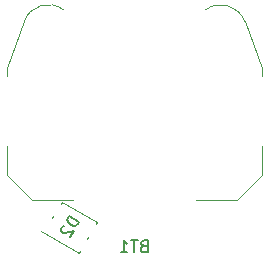
<source format=gbr>
%TF.GenerationSoftware,KiCad,Pcbnew,8.0.3*%
%TF.CreationDate,2024-11-08T22:06:30+02:00*%
%TF.ProjectId,Snowflake-Ornament,536e6f77-666c-4616-9b65-2d4f726e616d,rev?*%
%TF.SameCoordinates,Original*%
%TF.FileFunction,Legend,Bot*%
%TF.FilePolarity,Positive*%
%FSLAX46Y46*%
G04 Gerber Fmt 4.6, Leading zero omitted, Abs format (unit mm)*
G04 Created by KiCad (PCBNEW 8.0.3) date 2024-11-08 22:06:30*
%MOMM*%
%LPD*%
G01*
G04 APERTURE LIST*
G04 Aperture macros list*
%AMRotRect*
0 Rectangle, with rotation*
0 The origin of the aperture is its center*
0 $1 length*
0 $2 width*
0 $3 Rotation angle, in degrees counterclockwise*
0 Add horizontal line*
21,1,$1,$2,0,0,$3*%
G04 Aperture macros list end*
%ADD10C,0.150000*%
%ADD11C,0.120000*%
%ADD12RotRect,1.200000X0.900000X330.000000*%
%ADD13R,1.270000X5.080000*%
%ADD14C,17.800000*%
G04 APERTURE END LIST*
D10*
X204307067Y-109366117D02*
X203441041Y-108866117D01*
X203441041Y-108866117D02*
X203321994Y-109072314D01*
X203321994Y-109072314D02*
X203291804Y-109219841D01*
X203291804Y-109219841D02*
X203326664Y-109349939D01*
X203326664Y-109349939D02*
X203385333Y-109438797D01*
X203385333Y-109438797D02*
X203526481Y-109575275D01*
X203526481Y-109575275D02*
X203650199Y-109646703D01*
X203650199Y-109646703D02*
X203838965Y-109700702D01*
X203838965Y-109700702D02*
X203945254Y-109707082D01*
X203945254Y-109707082D02*
X204075351Y-109672222D01*
X204075351Y-109672222D02*
X204188019Y-109572314D01*
X204188019Y-109572314D02*
X204307067Y-109366117D01*
X203047329Y-109738522D02*
X202982281Y-109755952D01*
X202982281Y-109755952D02*
X202893422Y-109814621D01*
X202893422Y-109814621D02*
X202774375Y-110020818D01*
X202774375Y-110020818D02*
X202767995Y-110127106D01*
X202767995Y-110127106D02*
X202785425Y-110192155D01*
X202785425Y-110192155D02*
X202844094Y-110281013D01*
X202844094Y-110281013D02*
X202926572Y-110328632D01*
X202926572Y-110328632D02*
X203074100Y-110358821D01*
X203074100Y-110358821D02*
X203854686Y-110149664D01*
X203854686Y-110149664D02*
X203545162Y-110685775D01*
X209770714Y-111431009D02*
X209627857Y-111478628D01*
X209627857Y-111478628D02*
X209580238Y-111526247D01*
X209580238Y-111526247D02*
X209532619Y-111621485D01*
X209532619Y-111621485D02*
X209532619Y-111764342D01*
X209532619Y-111764342D02*
X209580238Y-111859580D01*
X209580238Y-111859580D02*
X209627857Y-111907200D01*
X209627857Y-111907200D02*
X209723095Y-111954819D01*
X209723095Y-111954819D02*
X210104047Y-111954819D01*
X210104047Y-111954819D02*
X210104047Y-110954819D01*
X210104047Y-110954819D02*
X209770714Y-110954819D01*
X209770714Y-110954819D02*
X209675476Y-111002438D01*
X209675476Y-111002438D02*
X209627857Y-111050057D01*
X209627857Y-111050057D02*
X209580238Y-111145295D01*
X209580238Y-111145295D02*
X209580238Y-111240533D01*
X209580238Y-111240533D02*
X209627857Y-111335771D01*
X209627857Y-111335771D02*
X209675476Y-111383390D01*
X209675476Y-111383390D02*
X209770714Y-111431009D01*
X209770714Y-111431009D02*
X210104047Y-111431009D01*
X209246904Y-110954819D02*
X208675476Y-110954819D01*
X208961190Y-111954819D02*
X208961190Y-110954819D01*
X207818333Y-111954819D02*
X208389761Y-111954819D01*
X208104047Y-111954819D02*
X208104047Y-110954819D01*
X208104047Y-110954819D02*
X208199285Y-111097676D01*
X208199285Y-111097676D02*
X208294523Y-111192914D01*
X208294523Y-111192914D02*
X208389761Y-111240533D01*
D11*
%TO.C,D2*%
X204275839Y-112030568D02*
X201062885Y-110175568D01*
X202116533Y-108930596D02*
X202021532Y-109095142D01*
X202824033Y-107705170D02*
X202746532Y-107839405D01*
X205785840Y-109415170D02*
X202824033Y-107705170D01*
X205785840Y-109415170D02*
X205708339Y-109549404D01*
X204275839Y-112030568D02*
X204353340Y-111896333D01*
X205078340Y-110640596D02*
X204983339Y-110805142D01*
%TO.C,BT1*%
X198205000Y-96370000D02*
X198205000Y-97000000D01*
X198205000Y-103000000D02*
X198205000Y-105460000D01*
X198205000Y-105460000D02*
X200285000Y-107540000D01*
X199645000Y-92420000D02*
X198205000Y-96370000D01*
X200285000Y-107540000D02*
X203785000Y-107540000D01*
X214185000Y-107540000D02*
X217685000Y-107540000D01*
X218325000Y-92420000D02*
X219765000Y-96370000D01*
X219765000Y-96370000D02*
X219765000Y-97000000D01*
X219765000Y-103000000D02*
X219765000Y-105460000D01*
X219765000Y-105460000D02*
X217685000Y-107540000D01*
X199645000Y-92420000D02*
G75*
G02*
X202981646Y-91433470I2030000J-730001D01*
G01*
X214985000Y-91450000D02*
G75*
G02*
X218310243Y-92411831I1310000J-1700000D01*
G01*
%TD*%
%LPC*%
D12*
%TO.C,D2*%
X201975000Y-109795737D03*
X202700001Y-108540000D03*
X205124872Y-109940001D03*
X204399871Y-111195738D03*
%TD*%
D13*
%TO.C,BT1*%
X198000000Y-100000000D03*
X219970000Y-100000000D03*
D14*
X208985000Y-100000000D03*
%TD*%
%LPD*%
M02*

</source>
